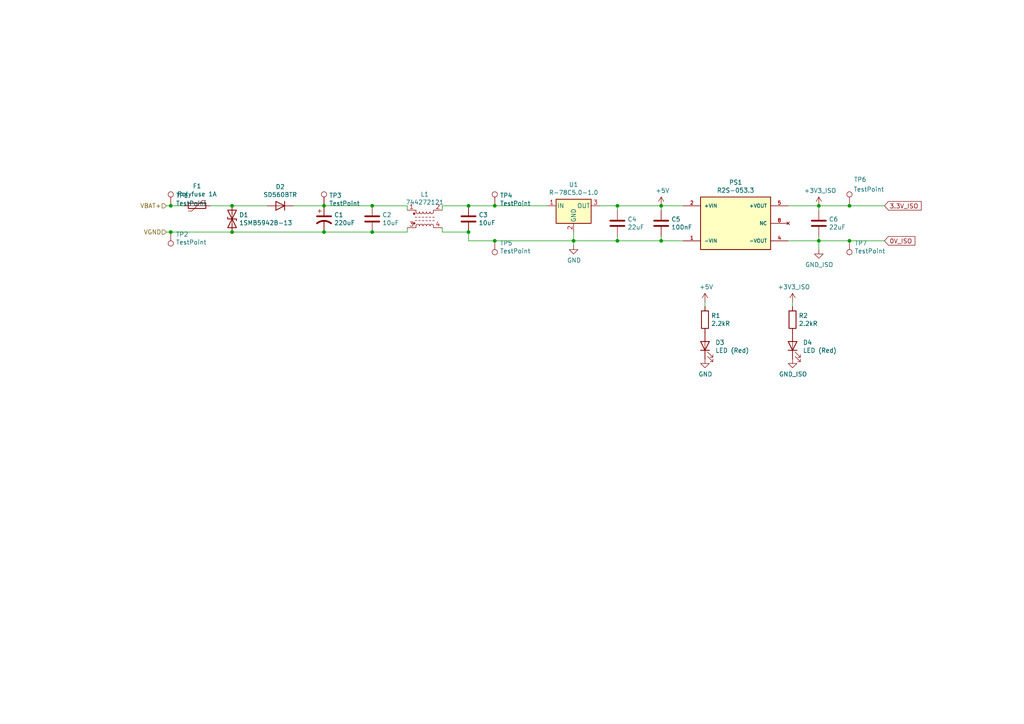
<source format=kicad_sch>
(kicad_sch (version 20211123) (generator eeschema)
  (paper "A4")
  (lib_symbols
    (symbol "+3V3_ISO_1" (power) (pin_names (offset 0))
      (property "Value" "+3V3_ISO_1" (at 0 3.556 0))
      (symbol "+3V3_ISO_1_0_1"
        (polyline (pts (xy -0.762 1.27) (xy 0 2.54)))
        (polyline (pts (xy 0 0) (xy 0 2.54)))
        (polyline (pts (xy 0 2.54) (xy 0.762 1.27)))
      )
      (symbol "+3V3_ISO_1_1_1"
        (pin power_in line (at 0 0 90) (length 0) hide (name "+3V3_ISO") (number "1"))
      )
    )
    (symbol "+3v3_iso:+3V3_ISO" (power) (pin_names (offset 0))
      (property "Value" "+3V3_ISO" (at 0 3.556 0))
      (symbol "+3V3_ISO_0_1"
        (polyline (pts (xy -0.762 1.27) (xy 0 2.54)))
        (polyline (pts (xy 0 0) (xy 0 2.54)))
        (polyline (pts (xy 0 2.54) (xy 0.762 1.27)))
      )
      (symbol "+3V3_ISO_1_1"
        (pin power_in line (at 0 0 90) (length 0) hide (name "+3V3_ISO") (number "1"))
      )
    )
    (symbol "Connector:TestPoint" (pin_numbers hide) (pin_names (offset 0.762) hide)
      (property "Reference" "TP" (at 0 6.858 0))
      (property "Value" "TestPoint" (at 0 5.08 0))
      (symbol "TestPoint_0_1"
        (circle (center 0 3.302) (radius 0.762))
      )
      (symbol "TestPoint_1_1"
        (pin passive line (at 0 0 90) (length 2.54) (name "1") (number "1"))
      )
    )
    (symbol "Device:C" (pin_numbers hide) (pin_names (offset 0.254))
      (property "Reference" "C" (at 0.635 2.54 0))
      (property "Value" "C" (at 0.635 -2.54 0))
      (symbol "C_0_1"
        (polyline (pts (xy -2.032 -0.762) (xy 2.032 -0.762)) (stroke (width 0.508)))
        (polyline (pts (xy -2.032 0.762) (xy 2.032 0.762)) (stroke (width 0.508)))
      )
      (symbol "C_1_1"
        (pin passive line (at 0 3.81 270) (length 2.794) (name "~") (number "1"))
        (pin passive line (at 0 -3.81 90) (length 2.794) (name "~") (number "2"))
      )
    )
    (symbol "Device:C_Polarized_US" (pin_numbers hide) (pin_names (offset 0.254) hide)
      (property "Reference" "C" (at 0.635 2.54 0))
      (property "Value" "C_Polarized_US" (at 0.635 -2.54 0))
      (symbol "C_Polarized_US_0_1"
        (polyline (pts (xy -2.032 0.762) (xy 2.032 0.762)) (stroke (width 0.508)))
        (polyline (pts (xy -1.778 2.286) (xy -0.762 2.286)))
        (polyline (pts (xy -1.27 1.778) (xy -1.27 2.794)))
        (arc (start 2.032 -1.27) (mid 0 -0.5572) (end -2.032 -1.27) (stroke (width 0.508)))
      )
      (symbol "C_Polarized_US_1_1"
        (pin passive line (at 0 3.81 270) (length 2.794) (name "~") (number "1"))
        (pin passive line (at 0 -3.81 90) (length 3.302) (name "~") (number "2"))
      )
    )
    (symbol "Device:D" (pin_numbers hide) (pin_names (offset 1.016) hide)
      (property "Reference" "D" (at 0 2.54 0))
      (property "Value" "D" (at 0 -2.54 0))
      (symbol "D_0_1"
        (polyline (pts (xy -1.27 1.27) (xy -1.27 -1.27)) (stroke (width 0.254)))
        (polyline (pts (xy 1.27 0) (xy -1.27 0)))
        (polyline (pts (xy 1.27 1.27) (xy 1.27 -1.27) (xy -1.27 0) (xy 1.27 1.27)) (stroke (width 0.254)))
      )
      (symbol "D_1_1"
        (pin passive line (at -3.81 0 0) (length 2.54) (name "K") (number "1"))
        (pin passive line (at 3.81 0 180) (length 2.54) (name "A") (number "2"))
      )
    )
    (symbol "Device:D_TVS" (pin_numbers hide) (pin_names (offset 1.016) hide)
      (property "Reference" "D" (at 0 2.54 0))
      (property "Value" "D_TVS" (at 0 -2.54 0))
      (symbol "D_TVS_0_1"
        (polyline (pts (xy 1.27 0) (xy -1.27 0)))
        (polyline (pts (xy 0.508 1.27) (xy 0 1.27) (xy 0 -1.27) (xy -0.508 -1.27)) (stroke (width 0.254)))
        (polyline (pts (xy -2.54 1.27) (xy -2.54 -1.27) (xy 2.54 1.27) (xy 2.54 -1.27) (xy -2.54 1.27)) (stroke (width 0.254)))
      )
      (symbol "D_TVS_1_1"
        (pin passive line (at -3.81 0 0) (length 2.54) (name "A1") (number "1"))
        (pin passive line (at 3.81 0 180) (length 2.54) (name "A2") (number "2"))
      )
    )
    (symbol "Device:LED" (pin_numbers hide) (pin_names (offset 1.016) hide)
      (property "Reference" "D" (at 0 2.54 0))
      (property "Value" "LED" (at 0 -2.54 0))
      (symbol "LED_0_1"
        (polyline (pts (xy -1.27 -1.27) (xy -1.27 1.27)) (stroke (width 0.254)))
        (polyline (pts (xy -1.27 0) (xy 1.27 0)))
        (polyline (pts (xy 1.27 -1.27) (xy 1.27 1.27) (xy -1.27 0) (xy 1.27 -1.27)) (stroke (width 0.254)))
        (polyline (pts (xy -3.048 -0.762) (xy -4.572 -2.286) (xy -3.81 -2.286) (xy -4.572 -2.286) (xy -4.572 -1.524)))
        (polyline (pts (xy -1.778 -0.762) (xy -3.302 -2.286) (xy -2.54 -2.286) (xy -3.302 -2.286) (xy -3.302 -1.524)))
      )
      (symbol "LED_1_1"
        (pin passive line (at -3.81 0 0) (length 2.54) (name "K") (number "1"))
        (pin passive line (at 3.81 0 180) (length 2.54) (name "A") (number "2"))
      )
    )
    (symbol "Device:L_Ferrite_Coupled" (pin_names (offset 0.254) hide)
      (property "Reference" "L" (at 0 4.445 0))
      (property "Value" "L_Ferrite_Coupled" (at 0 -4.445 0))
      (symbol "L_Ferrite_Coupled_0_1"
        (circle (center -3.048 -1.27) (radius 0.254) (fill (type outline)))
        (circle (center -3.048 1.524) (radius 0.254) (fill (type outline)))
        (arc (start -2.54 2.032) (mid -2.032 1.524) (end -1.524 2.032))
        (arc (start -1.524 -2.032) (mid -2.032 -1.524) (end -2.54 -2.032))
        (arc (start -1.524 2.032) (mid -1.016 1.524) (end -0.508 2.032))
        (arc (start -0.508 -2.032) (mid -1.016 -1.524) (end -1.524 -2.032))
        (arc (start -0.508 2.032) (mid 0 1.524) (end 0.508 2.032))
        (polyline (pts (xy -2.794 -0.508) (xy -2.286 -0.508)))
        (polyline (pts (xy -2.794 0.508) (xy -2.286 0.508)))
        (polyline (pts (xy -2.54 -2.032) (xy -2.54 -2.54)))
        (polyline (pts (xy -2.54 2.032) (xy -2.54 2.54)))
        (polyline (pts (xy -1.778 -0.508) (xy -1.27 -0.508)))
        (polyline (pts (xy -1.778 0.508) (xy -1.27 0.508)))
        (polyline (pts (xy -0.762 -0.508) (xy -0.254 -0.508)))
        (polyline (pts (xy -0.762 0.508) (xy -0.254 0.508)))
        (polyline (pts (xy 0.254 -0.508) (xy 0.762 -0.508)))
        (polyline (pts (xy 0.254 0.508) (xy 0.762 0.508)))
        (polyline (pts (xy 1.27 -0.508) (xy 1.778 -0.508)))
        (polyline (pts (xy 1.27 0.508) (xy 1.778 0.508)))
        (polyline (pts (xy 2.286 -0.508) (xy 2.794 -0.508)))
        (polyline (pts (xy 2.286 0.508) (xy 2.794 0.508)))
        (polyline (pts (xy 2.54 -2.032) (xy 2.54 -2.54)))
        (polyline (pts (xy 2.54 2.54) (xy 2.54 2.032)))
        (arc (start 0.508 -2.032) (mid 0 -1.524) (end -0.508 -2.032))
        (arc (start 0.508 2.032) (mid 1.016 1.524) (end 1.524 2.032))
        (arc (start 1.524 -2.032) (mid 1.016 -1.524) (end 0.508 -2.032))
        (arc (start 1.524 2.032) (mid 2.032 1.524) (end 2.54 2.032))
        (arc (start 2.54 -2.032) (mid 2.032 -1.524) (end 1.524 -2.032))
      )
      (symbol "L_Ferrite_Coupled_1_1"
        (pin passive line (at -5.08 2.54 0) (length 2.54) (name "1") (number "1"))
        (pin passive line (at 5.08 2.54 180) (length 2.54) (name "2") (number "2"))
        (pin passive line (at -5.08 -2.54 0) (length 2.54) (name "3") (number "3"))
        (pin passive line (at 5.08 -2.54 180) (length 2.54) (name "4") (number "4"))
      )
    )
    (symbol "Device:Polyfuse" (pin_numbers hide) (pin_names (offset 0))
      (property "Reference" "F" (at -2.54 0 90))
      (property "Value" "Polyfuse" (at 2.54 0 90))
      (symbol "Polyfuse_0_1"
        (rectangle (start -0.762 2.54) (end 0.762 -2.54) (stroke (width 0.254)))
        (polyline (pts (xy 0 2.54) (xy 0 -2.54)))
        (polyline (pts (xy -1.524 2.54) (xy -1.524 1.524) (xy 1.524 -1.524) (xy 1.524 -2.54)))
      )
      (symbol "Polyfuse_1_1"
        (pin passive line (at 0 3.81 270) (length 1.27) (name "~") (number "1"))
        (pin passive line (at 0 -3.81 90) (length 1.27) (name "~") (number "2"))
      )
    )
    (symbol "Device:R" (pin_numbers hide) (pin_names (offset 0))
      (property "Reference" "R" (at 2.032 0 90))
      (property "Value" "R" (at 0 0 90))
      (symbol "R_0_1"
        (rectangle (start -1.016 -2.54) (end 1.016 2.54) (stroke (width 0.254)))
      )
      (symbol "R_1_1"
        (pin passive line (at 0 3.81 270) (length 1.27) (name "~") (number "1"))
        (pin passive line (at 0 -3.81 90) (length 1.27) (name "~") (number "2"))
      )
    )
    (symbol "GND_ISO_1" (power) (pin_names (offset 0))
      (property "Value" "GND_ISO_1" (at 0 -3.81 0))
      (symbol "GND_ISO_1_0_1"
        (polyline (pts (xy 0 0) (xy 0 -1.27) (xy 1.27 -1.27) (xy 0 -2.54) (xy -1.27 -1.27) (xy 0 -1.27)))
      )
      (symbol "GND_ISO_1_1_1"
        (pin power_in line (at 0 0 270) (length 0) hide (name "GND_ISO") (number "1"))
      )
    )
    (symbol "R2S-053.3:R2S-053.3" (pin_names (offset 1.016))
      (property "Reference" "PS" (at -10.16 8.128 0))
      (property "Value" "R2S-053.3" (at -10.16 -10.16 0))
      (symbol "R2S-053.3_0_0"
        (rectangle (start -10.16 -7.62) (end 10.16 7.62) (stroke (width 0.254)) (fill (type background)))
        (pin input line (at -15.24 -5.08 0) (length 5.08) (name "-VIN") (number "1"))
        (pin input line (at -15.24 5.08 0) (length 5.08) (name "+VIN") (number "2"))
        (pin output line (at 15.24 -5.08 180) (length 5.08) (name "-VOUT") (number "4"))
        (pin output line (at 15.24 5.08 180) (length 5.08) (name "+VOUT") (number "5"))
        (pin no_connect line (at 15.24 0 180) (length 5.08) (name "NC") (number "8"))
      )
    )
    (symbol "Regulator_Switching:R-78C5.0-1.0" (pin_names (offset 0.254))
      (property "Reference" "U" (at -3.81 3.175 0))
      (property "Value" "R-78C5.0-1.0" (at 0 3.175 0))
      (symbol "R-78C5.0-1.0_0_1"
        (rectangle (start -5.08 1.905) (end 5.08 -5.08) (stroke (width 0.254)) (fill (type background)))
      )
      (symbol "R-78C5.0-1.0_1_1"
        (pin power_in line (at -7.62 0 0) (length 2.54) (name "IN") (number "1"))
        (pin power_in line (at 0 -7.62 90) (length 2.54) (name "GND") (number "2"))
        (pin power_out line (at 7.62 0 180) (length 2.54) (name "OUT") (number "3"))
      )
    )
    (symbol "gnd_iso:GND_ISO" (power) (pin_names (offset 0))
      (property "Value" "GND_ISO" (at 0 -3.81 0))
      (symbol "GND_ISO_0_1"
        (polyline (pts (xy 0 0) (xy 0 -1.27) (xy 1.27 -1.27) (xy 0 -2.54) (xy -1.27 -1.27) (xy 0 -1.27)))
      )
      (symbol "GND_ISO_1_1"
        (pin power_in line (at 0 0 270) (length 0) hide (name "GND_ISO") (number "1"))
      )
    )
    (symbol "power:+5V" (power) (pin_names (offset 0))
      (property "Value" "+5V" (at 0 3.556 0))
      (symbol "+5V_0_1"
        (polyline (pts (xy -0.762 1.27) (xy 0 2.54)))
        (polyline (pts (xy 0 0) (xy 0 2.54)))
        (polyline (pts (xy 0 2.54) (xy 0.762 1.27)))
      )
      (symbol "+5V_1_1"
        (pin power_in line (at 0 0 90) (length 0) hide (name "+5V") (number "1"))
      )
    )
    (symbol "power:GND" (power) (pin_names (offset 0))
      (property "Value" "GND" (at 0 -3.81 0))
      (symbol "GND_0_1"
        (polyline (pts (xy 0 0) (xy 0 -1.27) (xy 1.27 -1.27) (xy 0 -2.54) (xy -1.27 -1.27) (xy 0 -1.27)))
      )
      (symbol "GND_1_1"
        (pin power_in line (at 0 0 270) (length 0) hide (name "GND") (number "1"))
      )
    )
  )
  (junction (at 107.95 59.69))
  (junction (at 93.98 59.69))
  (junction (at 93.98 67.31))
  (junction (at 49.53 59.69))
  (junction (at 135.89 67.31))
  (junction (at 237.49 59.69))
  (junction (at 191.77 69.85))
  (junction (at 143.51 69.85))
  (junction (at 49.53 67.31))
  (junction (at 179.07 69.85))
  (junction (at 246.38 59.69))
  (junction (at 166.37 69.85))
  (junction (at 246.38 69.85))
  (junction (at 107.95 67.31))
  (junction (at 237.49 69.85))
  (junction (at 67.31 59.69))
  (junction (at 191.77 59.69))
  (junction (at 143.51 59.69))
  (junction (at 135.89 59.69))
  (junction (at 179.07 59.69))
  (junction (at 67.31 67.31))
  (wire (pts (xy 49.53 59.69) (xy 53.34 59.69)))
  (wire (pts (xy 67.31 67.31) (xy 49.53 67.31)))
  (wire (pts (xy 229.87 87.63) (xy 229.87 88.9)))
  (wire (pts (xy 237.49 68.58) (xy 237.49 69.85)))
  (wire (pts (xy 246.38 69.85) (xy 237.49 69.85)))
  (wire (pts (xy 166.37 69.85) (xy 179.07 69.85)))
  (wire (pts (xy 166.37 67.31) (xy 166.37 69.85)))
  (wire (pts (xy 118.11 66.04) (xy 118.11 67.31)))
  (wire (pts (xy 256.54 59.69) (xy 246.38 59.69)))
  (wire (pts (xy 93.98 59.69) (xy 107.95 59.69)))
  (wire (pts (xy 237.49 69.85) (xy 237.49 72.39)))
  (wire (pts (xy 49.53 67.31) (xy 48.26 67.31)))
  (wire (pts (xy 135.89 59.69) (xy 128.27 59.69)))
  (wire (pts (xy 179.07 60.96) (xy 179.07 59.69)))
  (wire (pts (xy 135.89 69.85) (xy 143.51 69.85)))
  (wire (pts (xy 93.98 67.31) (xy 107.95 67.31)))
  (wire (pts (xy 179.07 59.69) (xy 191.77 59.69)))
  (wire (pts (xy 237.49 59.69) (xy 237.49 60.96)))
  (wire (pts (xy 48.26 59.69) (xy 49.53 59.69)))
  (wire (pts (xy 107.95 67.31) (xy 118.11 67.31)))
  (wire (pts (xy 158.75 59.69) (xy 143.51 59.69)))
  (wire (pts (xy 135.89 67.31) (xy 135.89 69.85)))
  (wire (pts (xy 204.47 87.63) (xy 204.47 88.9)))
  (wire (pts (xy 191.77 60.96) (xy 191.77 59.69)))
  (wire (pts (xy 191.77 59.69) (xy 198.12 59.69)))
  (wire (pts (xy 60.96 59.69) (xy 67.31 59.69)))
  (wire (pts (xy 85.09 59.69) (xy 93.98 59.69)))
  (wire (pts (xy 128.27 66.04) (xy 128.27 67.31)))
  (wire (pts (xy 237.49 59.69) (xy 246.38 59.69)))
  (wire (pts (xy 179.07 69.85) (xy 179.07 68.58)))
  (wire (pts (xy 128.27 59.69) (xy 128.27 60.96)))
  (wire (pts (xy 77.47 59.69) (xy 67.31 59.69)))
  (wire (pts (xy 173.99 59.69) (xy 179.07 59.69)))
  (wire (pts (xy 256.54 69.85) (xy 246.38 69.85)))
  (wire (pts (xy 191.77 69.85) (xy 198.12 69.85)))
  (wire (pts (xy 166.37 71.12) (xy 166.37 69.85)))
  (wire (pts (xy 191.77 68.58) (xy 191.77 69.85)))
  (wire (pts (xy 237.49 59.69) (xy 228.6 59.69)))
  (wire (pts (xy 118.11 59.69) (xy 118.11 60.96)))
  (wire (pts (xy 143.51 59.69) (xy 135.89 59.69)))
  (wire (pts (xy 128.27 67.31) (xy 135.89 67.31)))
  (wire (pts (xy 118.11 59.69) (xy 107.95 59.69)))
  (wire (pts (xy 67.31 67.31) (xy 93.98 67.31)))
  (wire (pts (xy 191.77 69.85) (xy 179.07 69.85)))
  (wire (pts (xy 143.51 69.85) (xy 166.37 69.85)))
  (wire (pts (xy 228.6 69.85) (xy 237.49 69.85)))
  (global_label "3.3V_ISO" (shape input) (at 256.54 59.69 0) (property "Intersheet References" "${INTERSHEET_REFS}" (effects hide)))
  (global_label "0V_ISO" (shape input) (at 256.54 69.85 0) (property "Intersheet References" "${INTERSHEET_REFS}" (effects hide)))
  (hierarchical_label "VBAT+" (shape input) (at 48.26 59.69 180))
  (hierarchical_label "VGND" (shape input) (at 48.26 67.31 180))
  (symbol (lib_id "+3v3_iso:+3V3_ISO") (at 237.49 59.69 0) (unit 1)
    (property "Reference" "#PWR08" (effects hide))
    (property "Value" "+3V3_ISO" (at 237.871 55.2958 0))
  )
  (symbol (lib_name "GND_ISO_1") (lib_id "gnd_iso:GND_ISO") (at 237.49 72.39 0) (unit 1)
    (property "Reference" "#PWR09" (effects hide))
    (property "Value" "GND_ISO" (at 237.617 76.7842 0))
  )
  (symbol (lib_id "gnd_iso:GND_ISO") (at 229.87 104.14 0) (unit 1)
    (property "Reference" "#PWR07" (effects hide))
    (property "Value" "GND_ISO" (at 229.997 108.5342 0))
  )
  (symbol (lib_id "Regulator_Switching:R-78C5.0-1.0") (at 166.37 59.69 0) (unit 1)
    (property "Reference" "U1" (at 166.37 53.5432 0))
    (property "Value" "R-78C5.0-1.0" (at 166.37 55.8546 0))
    (property "Footprint" "Converter_DCDC:Converter_DCDC_RECOM_R-78E-0.5_THT" (effects hide))
    (property "Datasheet" "https://www.recom-power.com/pdf/Innoline/R-78Cxx-1.0.pdf" (effects hide))
    (property "Part Number" "R-78C5.0-1.0" (effects hide))
    (property "Manufacturer" "RECOM" (effects hide))
    (property "Mouser Part Number" "919-R-78C5.0-1.0" (effects hide))
    (property "Mouser URL" "https://au.mouser.com/ProductDetail/RECOM-Power/R-78C50-10?qs=sGAEpiMZZMs7Ab1RACNF3AuU4LGLjBGD4EiimKouwhs%3D" (effects hide))
  )
  (symbol (lib_id "R2S-053.3:R2S-053.3") (at 213.36 64.77 0) (unit 1)
    (property "Reference" "PS1" (at 213.36 52.9082 0))
    (property "Value" "R2S-053.3" (at 213.36 55.2196 0))
    (property "Footprint" "CONV_R2S-053.3" (effects hide))
    (property "MANUFACTURER" "RECOM" (effects hide))
    (property "MAXIMUM_PACKAGE_HEIGHT" "9.0mm" (effects hide))
    (property "STANDARD" "Manufacturer Recommendations" (effects hide))
    (property "PARTREV" "0" (effects hide))
    (property "Manufacturer" "RECOM" (effects hide))
    (property "Mouser Part Number" "919-R2S-053.3" (effects hide))
    (property "Mouser URL" "https://au.mouser.com/ProductDetail/RECOM-Power/R2S-0533?qs=XF8hdbuHJAU8%2FoDdSFUU9w%3D%3D" (effects hide))
    (property "Part Number" "919-R2S-053.3" (effects hide))
  )
  (symbol (lib_id "Device:L_Ferrite_Coupled") (at 123.19 63.5 0) (unit 1)
    (property "Reference" "L1" (at 123.19 56.3626 0))
    (property "Value" "744272121" (at 123.19 58.674 0))
    (property "Footprint" "Inductor_SMD:L_CommonModeChoke_Wuerth_WE-SL5" (effects hide))
    (property "Part Number" "744272121" (effects hide))
    (property "Manufacturer" "Wurth" (effects hide))
    (property "Mouser Part Number" "710-744272121" (effects hide))
    (property "Mouser URL" "https://au.mouser.com/ProductDetail/Wurth-Elektronik/744272121?qs=PGXP4M47uW7bXHmb3ZYlsQ%3D%3D" (effects hide))
  )
  (symbol (lib_id "Device:C") (at 237.49 64.77 0) (unit 1)
    (property "Reference" "C6" (at 240.411 63.6016 0) (effects (justify left)))
    (property "Value" "22uF" (at 240.411 65.913 0) (effects (justify left)))
    (property "Footprint" "Capacitor_SMD:C_0805_2012Metric_Pad1.18x1.45mm_HandSolder" (effects hide))
    (property "Part Number" "-" (effects hide))
    (property "Manufacturer" "-" (effects hide))
  )
  (symbol (lib_id "Device:C") (at 179.07 64.77 0) (unit 1)
    (property "Reference" "C4" (at 181.991 63.6016 0) (effects (justify left)))
    (property "Value" "22uF" (at 181.991 65.913 0) (effects (justify left)))
    (property "Footprint" "Capacitor_SMD:C_0805_2012Metric_Pad1.18x1.45mm_HandSolder" (effects hide))
    (property "Part Number" "-" (effects hide))
    (property "Manufacturer" "-" (effects hide))
  )
  (symbol (lib_id "Device:C") (at 191.77 64.77 0) (unit 1)
    (property "Reference" "C5" (at 194.691 63.6016 0) (effects (justify left)))
    (property "Value" "100nF" (at 194.691 65.913 0) (effects (justify left)))
    (property "Footprint" "Capacitor_SMD:C_0603_1608Metric_Pad1.08x0.95mm_HandSolder" (effects hide))
    (property "Part Number" "-" (effects hide))
    (property "Manufacturer" "-" (effects hide))
  )
  (symbol (lib_id "Device:C") (at 107.95 63.5 0) (unit 1)
    (property "Reference" "C2" (at 110.871 62.3316 0) (effects (justify left)))
    (property "Value" "10uF" (at 110.871 64.643 0) (effects (justify left)))
    (property "Footprint" "Capacitor_SMD:C_0805_2012Metric_Pad1.18x1.45mm_HandSolder" (effects hide))
    (property "Part Number" "-" (effects hide))
    (property "Manufacturer" "-" (effects hide))
  )
  (symbol (lib_id "Device:C_Polarized_US") (at 93.98 63.5 0) (unit 1)
    (property "Reference" "C1" (at 96.901 62.3316 0) (effects (justify left)))
    (property "Value" "220uF" (at 96.901 64.643 0) (effects (justify left)))
    (property "Footprint" "Capacitor_SMD:CP_Elec_10x12.5" (effects hide))
    (property "Part Number" "MAL214699106E3" (effects hide))
    (property "Manufacturer" "Vishay" (effects hide))
    (property "Mouser Part Number" "594-MAL214699106E3" (effects hide))
    (property "Mouser URL" "https://au.mouser.com/ProductDetail/Vishay-BC-Components/MAL214699106E3?qs=sGAEpiMZZMtZ661ya8CuXbh6ajJyr6ISA0VT%252B8eqkqw%3D" (effects hide))
  )
  (symbol (lib_id "Device:C") (at 135.89 63.5 0) (unit 1)
    (property "Reference" "C3" (at 138.811 62.3316 0) (effects (justify left)))
    (property "Value" "10uF" (at 138.811 64.643 0) (effects (justify left)))
    (property "Footprint" "Capacitor_SMD:C_0805_2012Metric_Pad1.18x1.45mm_HandSolder" (effects hide))
    (property "Part Number" "-" (effects hide))
    (property "Manufacturer" "-" (effects hide))
  )
  (symbol (lib_id "power:GND") (at 166.37 71.12 0) (unit 1)
    (property "Reference" "#PWR02" (effects hide))
    (property "Value" "GND" (at 166.497 75.5142 0))
  )
  (symbol (lib_id "Device:D_TVS") (at 67.31 63.5 270) (unit 1)
    (property "Reference" "D1" (at 69.342 62.3316 90) (effects (justify left)))
    (property "Value" "1SMB5942B-13" (at 69.342 64.643 90) (effects (justify left)))
    (property "Footprint" "Diode_SMD:D_SMB_Handsoldering" (effects hide))
    (property "Part Number" "1SMB5942B-13" (effects hide))
    (property "Manufacturer" "Diodes Inc" (effects hide))
    (property "Mouser Part Number" "621-1SMB5942B-13" (effects hide))
    (property "Mouser URL" "https://au.mouser.com/ProductDetail/Diodes-Incorporated/1SMB5942B-13?qs=uwKJARvjadMY8LI4ZfMqKA%3D%3D" (effects hide))
  )
  (symbol (lib_id "Device:D") (at 81.28 59.69 180) (unit 1)
    (property "Reference" "D2" (at 81.28 54.1782 0))
    (property "Value" "SD560BTR" (at 81.28 56.4896 0))
    (property "Footprint" "Diode_SMD:D_SMB_Handsoldering" (effects hide))
    (property "Part Number" "SD560BTR" (effects hide))
    (property "Manufacturer" "SMC Diode Solutions" (effects hide))
    (property "Mouser Part Number" "NOT AVAILABLE!" (effects hide))
    (property "Mouser URL" "NOT AVAILABLE!" (effects hide))
  )
  (symbol (lib_id "Device:Polyfuse") (at 57.15 59.69 90) (unit 1)
    (property "Reference" "F1" (at 57.15 53.975 90))
    (property "Value" "Polyfuse 1A" (at 57.15 56.2864 90))
    (property "Footprint" "Fuse:Fuse_2920_7451Metric_Castellated" (effects hide))
    (property "Part Number" "0ZCF0100AF2A" (effects hide))
    (property "Manufacturer" "Littelfuse" (effects hide))
    (property "Mouser Part Number" "530-0ZCF0100AF2A" (effects hide))
    (property "Mouser URL" "https://au.mouser.com/ProductDetail/Bel-Fuse/0ZCF0100AF2A?qs=sGAEpiMZZMvShe%252BZiYheisCiVCQm%2FacC38BFZwxSYiI%3D" (effects hide))
  )
  (symbol (lib_id "Device:R") (at 229.87 92.71 0) (unit 1)
    (property "Reference" "R2" (at 231.648 91.5416 0) (effects (justify left)))
    (property "Value" "2.2kR" (at 231.648 93.853 0) (effects (justify left)))
    (property "Footprint" "Resistor_SMD:R_0603_1608Metric_Pad0.98x0.95mm_HandSolder" (effects hide))
    (property "Part Number" "-" (effects hide))
    (property "Manufacturer" "-" (effects hide))
  )
  (symbol (lib_id "Device:R") (at 204.47 92.71 0) (unit 1)
    (property "Reference" "R1" (at 206.248 91.5416 0) (effects (justify left)))
    (property "Value" "2.2kR" (at 206.248 93.853 0) (effects (justify left)))
    (property "Footprint" "Resistor_SMD:R_0603_1608Metric_Pad0.98x0.95mm_HandSolder" (effects hide))
    (property "Part Number" "-" (effects hide))
    (property "Manufacturer" "-" (effects hide))
  )
  (symbol (lib_id "Device:LED") (at 204.47 100.33 90) (unit 1)
    (property "Reference" "D3" (at 207.4672 99.3394 90) (effects (justify right)))
    (property "Value" "LED (Red)" (at 207.4672 101.6508 90) (effects (justify right)))
    (property "Footprint" "LED_SMD:LED_0805_2012Metric_Pad1.15x1.40mm_HandSolder" (effects hide))
    (property "Manufacturer" "AMS OSRAM" (effects hide))
    (property "Mouser Part Number" "720-LSR976-NR-1" (effects hide))
    (property "Mouser URL" "https://au.mouser.com/ProductDetail/ams-OSRAM/LS-R976-NR-1-0-20-R18?qs=sGAEpiMZZMt82OzCyDsLFGbrp1fQkD8H8bij58Oys9s%3D" (effects hide))
    (property "Part Number" "LS R976-NR-1-0-20-R18" (effects hide))
  )
  (symbol (lib_id "power:GND") (at 204.47 104.14 0) (unit 1)
    (property "Reference" "#PWR05" (effects hide))
    (property "Value" "GND" (at 204.597 108.5342 0))
  )
  (symbol (lib_id "Connector:TestPoint") (at 143.51 59.69 0) (unit 1)
    (property "Reference" "TP4" (at 144.9832 56.6928 0) (effects (justify left)))
    (property "Value" "TestPoint" (at 144.9832 59.0042 0) (effects (justify left)))
    (property "Footprint" "TestPoint:TestPoint_Pad_D1.0mm" (effects hide))
    (property "Part Number" "-" (effects hide))
    (property "Manufacturer" "-" (effects hide))
    (property "Mouser Part Number" "-" (effects hide))
    (property "Mouser URL" "-" (effects hide))
  )
  (symbol (lib_id "Connector:TestPoint") (at 93.98 59.69 0) (unit 1)
    (property "Reference" "TP3" (at 95.4532 56.6928 0) (effects (justify left)))
    (property "Value" "TestPoint" (at 95.4532 59.0042 0) (effects (justify left)))
    (property "Footprint" "TestPoint:TestPoint_Pad_D1.0mm" (effects hide))
    (property "Part Number" "-" (effects hide))
    (property "Manufacturer" "-" (effects hide))
    (property "Mouser Part Number" "-" (effects hide))
    (property "Mouser URL" "-" (effects hide))
  )
  (symbol (lib_id "Connector:TestPoint") (at 49.53 59.69 0) (unit 1)
    (property "Reference" "TP1" (at 51.0032 56.6928 0) (effects (justify left)))
    (property "Value" "TestPoint" (at 51.0032 59.0042 0) (effects (justify left)))
    (property "Footprint" "TestPoint:TestPoint_Pad_D1.0mm" (effects hide))
    (property "Part Number" "-" (effects hide))
    (property "Manufacturer" "-" (effects hide))
    (property "Mouser Part Number" "-" (effects hide))
    (property "Mouser URL" "-" (effects hide))
  )
  (symbol (lib_id "Connector:TestPoint") (at 49.53 67.31 180) (unit 1)
    (property "Reference" "TP2" (at 51.0032 67.9704 0) (effects (justify right)))
    (property "Value" "TestPoint" (at 51.0032 70.2818 0) (effects (justify right)))
    (property "Footprint" "TestPoint:TestPoint_Pad_D1.0mm" (effects hide))
    (property "Part Number" "-" (effects hide))
    (property "Manufacturer" "-" (effects hide))
    (property "Mouser Part Number" "-" (effects hide))
    (property "Mouser URL" "-" (effects hide))
  )
  (symbol (lib_id "Connector:TestPoint") (at 143.51 69.85 180) (unit 1)
    (property "Reference" "TP5" (at 144.9832 70.5104 0) (effects (justify right)))
    (property "Value" "TestPoint" (at 144.9832 72.8218 0) (effects (justify right)))
    (property "Footprint" "TestPoint:TestPoint_Pad_D1.0mm" (effects hide))
    (property "Part Number" "-" (effects hide))
    (property "Manufacturer" "-" (effects hide))
    (property "Mouser Part Number" "-" (effects hide))
    (property "Mouser URL" "-" (effects hide))
  )
  (symbol (lib_id "Connector:TestPoint") (at 246.38 59.69 0) (unit 1)
    (property "Reference" "TP6" (at 247.65 52.07 0) (effects (justify left)))
    (property "Value" "TestPoint" (at 247.523 54.9148 0) (effects (justify left)))
    (property "Footprint" "TestPoint:TestPoint_Pad_D1.0mm" (effects hide))
    (property "Part Number" "-" (effects hide))
    (property "Manufacturer" "-" (effects hide))
    (property "Mouser Part Number" "-" (effects hide))
    (property "Mouser URL" "-" (effects hide))
  )
  (symbol (lib_id "Connector:TestPoint") (at 246.38 69.85 180) (unit 1)
    (property "Reference" "TP7" (at 247.8532 70.5104 0) (effects (justify right)))
    (property "Value" "TestPoint" (at 247.8532 72.8218 0) (effects (justify right)))
    (property "Footprint" "TestPoint:TestPoint_Pad_D1.0mm" (effects hide))
    (property "Part Number" "-" (effects hide))
    (property "Manufacturer" "-" (effects hide))
    (property "Mouser Part Number" "-" (effects hide))
    (property "Mouser URL" "-" (effects hide))
  )
  (symbol (lib_id "power:+5V") (at 191.77 59.69 0) (unit 1)
    (property "Reference" "#PWR03" (effects hide))
    (property "Value" "+5V" (at 192.151 55.2958 0))
  )
  (symbol (lib_id "power:+5V") (at 204.47 87.63 0) (unit 1)
    (property "Reference" "#PWR04" (effects hide))
    (property "Value" "+5V" (at 204.851 83.2358 0))
  )
  (symbol (lib_id "Device:LED") (at 229.87 100.33 90) (unit 1)
    (property "Reference" "D4" (at 232.8672 99.3394 90) (effects (justify right)))
    (property "Value" "LED (Red)" (at 232.8672 101.6508 90) (effects (justify right)))
    (property "Footprint" "LED_SMD:LED_0805_2012Metric_Pad1.15x1.40mm_HandSolder" (effects hide))
    (property "Manufacturer" "AMS OSRAM" (effects hide))
    (property "Mouser Part Number" "720-LSR976-NR-1" (effects hide))
    (property "Mouser URL" "https://au.mouser.com/ProductDetail/ams-OSRAM/LS-R976-NR-1-0-20-R18?qs=sGAEpiMZZMt82OzCyDsLFGbrp1fQkD8H8bij58Oys9s%3D" (effects hide))
    (property "Part Number" "LS R976-NR-1-0-20-R18" (effects hide))
  )
  (symbol (lib_name "+3V3_ISO_1") (lib_id "+3v3_iso:+3V3_ISO") (at 229.87 87.63 0) (unit 1)
    (property "Reference" "#PWR0106" (effects hide))
    (property "Value" "+3V3_ISO" (at 230.251 83.2358 0))
  )
)
</source>
